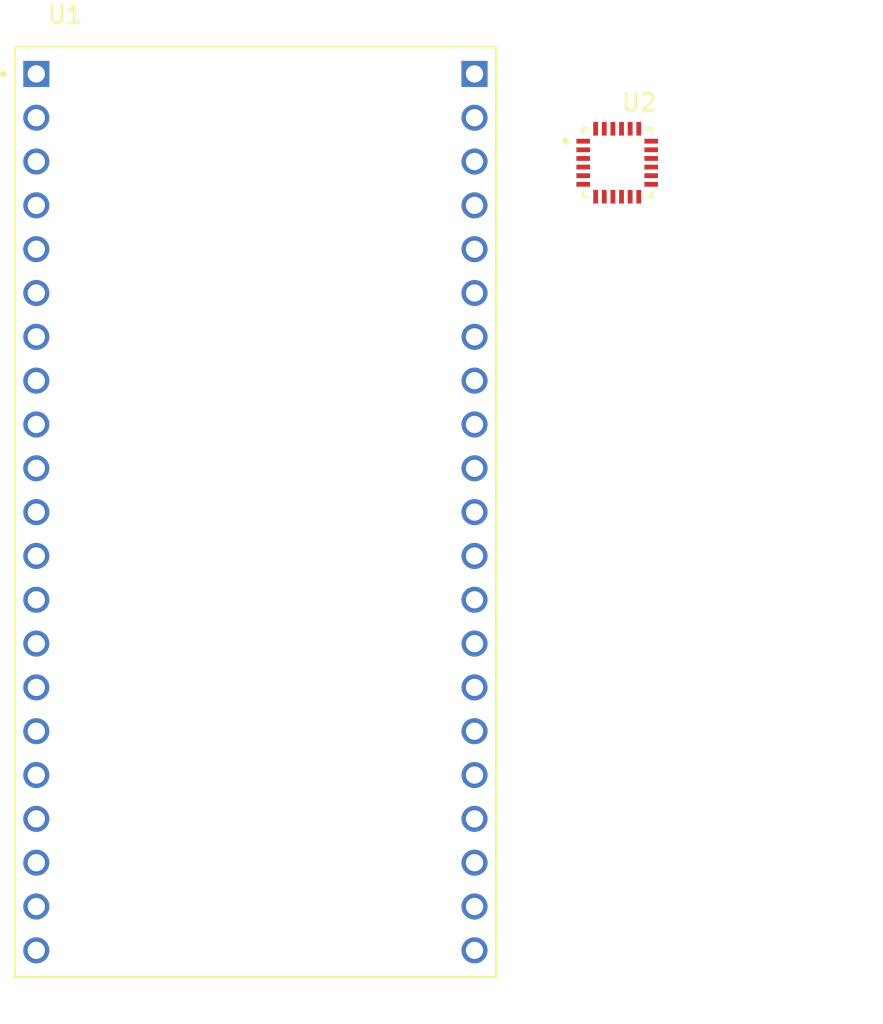
<source format=kicad_pcb>
(kicad_pcb (version 20240108) (generator "pcbnew") (generator_version "8.0")
  (layers (0 "F.Cu" signal) (31 "B.Cu" signal) (34 "B.Paste" user) (35 "F.Paste" user) (36 "B.SilkS" user "B.Silkscreen") (37 "F.SilkS" user "F.Silkscreen") (38 "B.Mask" user) (39 "F.Mask" user) (44 "Edge.Cuts" user))
  (net 0 "")
  (net 17 "Net-(U1-IO17)")
  (net 25 "Net-(U1-IO7)")
  (net 27 "Earth")
  (net 28 "Net-(U1-3V3)")
  (net 43 "Net-(U2-NC-Pad14)")
  (footprint "MPU-6050T:QFN50P400X400X95-24N" (layer "F.Cu") (at 150.47 58.75)
    (property "Reference" "U2" (at 1.27 -3.4925 0) (layer "F.SilkS"))
    (property "Value" "MPU-6050T")
    (fp_line (start -2 -2) (end -2 -1.705) (stroke (width 0.127)) (layer "F.SilkS"))
    (fp_line (start -2 -2) (end -1.705 -2) (stroke (width 0.127)) (layer "F.SilkS"))
    (fp_line (start -2 2) (end -2 1.705) (stroke (width 0.127)) (layer "F.SilkS"))
    (fp_line (start -2 2) (end -1.705 2) (stroke (width 0.127)) (layer "F.SilkS"))
    (fp_line (start 2 -2) (end 1.705 -2) (stroke (width 0.127)) (layer "F.SilkS"))
    (fp_line (start 2 -2) (end 2 -1.705) (stroke (width 0.127)) (layer "F.SilkS"))
    (fp_line (start 2 2) (end 1.705 2) (stroke (width 0.127)) (layer "F.SilkS"))
    (fp_line (start 2 2) (end 2 1.705) (stroke (width 0.127)) (layer "F.SilkS"))
    (fp_circle (center -3 -1.25) (end -2.9 -1.25) (stroke (width 0.2)) (fill none) (layer "F.SilkS"))
    (pad "1" smd rect (at -1.97 -1.25) (size 0.79 0.28) (layers "F.Cu" "F.Paste" "F.Mask"))
    (pad "2" smd rect (at -1.97 -0.75) (size 0.79 0.28) (layers "F.Cu" "F.Paste" "F.Mask") (net 43 "Net-(U2-NC-Pad14)"))
    (pad "3" smd rect (at -1.97 -0.25) (size 0.79 0.28) (layers "F.Cu" "F.Paste" "F.Mask") (net 43 "Net-(U2-NC-Pad14)"))
    (pad "4" smd rect (at -1.97 0.25) (size 0.79 0.28) (layers "F.Cu" "F.Paste" "F.Mask") (net 43 "Net-(U2-NC-Pad14)"))
    (pad "5" smd rect (at -1.97 0.75) (size 0.79 0.28) (layers "F.Cu" "F.Paste" "F.Mask") (net 43 "Net-(U2-NC-Pad14)"))
    (pad "6" smd rect (at -1.97 1.25) (size 0.79 0.28) (layers "F.Cu" "F.Paste" "F.Mask"))
    (pad "7" smd rect (at -1.25 1.97) (size 0.28 0.79) (layers "F.Cu" "F.Paste" "F.Mask"))
    (pad "8" smd rect (at -0.75 1.97) (size 0.28 0.79) (layers "F.Cu" "F.Paste" "F.Mask"))
    (pad "9" smd rect (at -0.25 1.97) (size 0.28 0.79) (layers "F.Cu" "F.Paste" "F.Mask"))
    (pad "10" smd rect (at 0.25 1.97) (size 0.28 0.79) (layers "F.Cu" "F.Paste" "F.Mask"))
    (pad "11" smd rect (at 0.75 1.97) (size 0.28 0.79) (layers "F.Cu" "F.Paste" "F.Mask"))
    (pad "12" smd rect (at 1.25 1.97) (size 0.28 0.79) (layers "F.Cu" "F.Paste" "F.Mask"))
    (pad "13" smd rect (at 1.97 1.25) (size 0.79 0.28) (layers "F.Cu" "F.Paste" "F.Mask") (net 28 "Net-(U1-3V3)"))
    (pad "14" smd rect (at 1.97 0.75) (size 0.79 0.28) (layers "F.Cu" "F.Paste" "F.Mask") (net 43 "Net-(U2-NC-Pad14)"))
    (pad "15" smd rect (at 1.97 0.25) (size 0.79 0.28) (layers "F.Cu" "F.Paste" "F.Mask") (net 43 "Net-(U2-NC-Pad14)"))
    (pad "16" smd rect (at 1.97 -0.25) (size 0.79 0.28) (layers "F.Cu" "F.Paste" "F.Mask") (net 43 "Net-(U2-NC-Pad14)"))
    (pad "17" smd rect (at 1.97 -0.75) (size 0.79 0.28) (layers "F.Cu" "F.Paste" "F.Mask") (net 43 "Net-(U2-NC-Pad14)"))
    (pad "18" smd rect (at 1.97 -1.25) (size 0.79 0.28) (layers "F.Cu" "F.Paste" "F.Mask") (net 27 "Earth"))
    (pad "19" smd rect (at 1.25 -1.97) (size 0.28 0.79) (layers "F.Cu" "F.Paste" "F.Mask"))
    (pad "20" smd rect (at 0.75 -1.97) (size 0.28 0.79) (layers "F.Cu" "F.Paste" "F.Mask"))
    (pad "21" smd rect (at 0.25 -1.97) (size 0.28 0.79) (layers "F.Cu" "F.Paste" "F.Mask"))
    (pad "22" smd rect (at -0.25 -1.97) (size 0.28 0.79) (layers "F.Cu" "F.Paste" "F.Mask"))
    (pad "23" smd rect (at -0.75 -1.97) (size 0.28 0.79) (layers "F.Cu" "F.Paste" "F.Mask") (net 17 "Net-(U1-IO17)"))
    (pad "24" smd rect (at -1.25 -1.97) (size 0.28 0.79) (layers "F.Cu" "F.Paste" "F.Mask") (net 25 "Net-(U1-IO7)"))
  )
  (footprint "ESP32-S2-SAOLA-1R:XCVR_ESP32-S2-SAOLA-1R" (layer "F.Cu") (at 129.5 79)
    (property "Reference" "U1" (at -11.025 -28.835 0) (layer "F.SilkS"))
    (property "Value" "ESP32-S2-SAOLA-1R")
    (fp_line (start -13.95 -26.95) (end 13.95 -26.95) (stroke (width 0.127)) (layer "F.SilkS"))
    (fp_line (start -13.95 26.95) (end -13.95 -26.95) (stroke (width 0.127)) (layer "F.SilkS"))
    (fp_line (start 13.95 -26.95) (end 13.95 26.95) (stroke (width 0.127)) (layer "F.SilkS"))
    (fp_line (start 13.95 26.95) (end -13.95 26.95) (stroke (width 0.127)) (layer "F.SilkS"))
    (fp_circle (center -14.605 -25.4) (end -14.505 -25.4) (stroke (width 0.2)) (fill none) (layer "F.SilkS"))
    (pad "A1" thru_hole rect (at -12.7 -25.4) (size 1.508 1.508) (drill 1) (layers "*.Cu" "*.Mask") (net 28 "Net-(U1-3V3)"))
    (pad "A2" thru_hole circle (at -12.7 -22.86) (size 1.508 1.508) (drill 1) (layers "*.Cu" "*.Mask"))
    (pad "A3" thru_hole circle (at -12.7 -20.32) (size 1.508 1.508) (drill 1) (layers "*.Cu" "*.Mask"))
    (pad "A4" thru_hole circle (at -12.7 -17.78) (size 1.508 1.508) (drill 1) (layers "*.Cu" "*.Mask"))
    (pad "A5" thru_hole circle (at -12.7 -15.24) (size 1.508 1.508) (drill 1) (layers "*.Cu" "*.Mask"))
    (pad "A6" thru_hole circle (at -12.7 -12.7) (size 1.508 1.508) (drill 1) (layers "*.Cu" "*.Mask"))
    (pad "A7" thru_hole circle (at -12.7 -10.16) (size 1.508 1.508) (drill 1) (layers "*.Cu" "*.Mask"))
    (pad "A8" thru_hole circle (at -12.7 -7.62) (size 1.508 1.508) (drill 1) (layers "*.Cu" "*.Mask"))
    (pad "A9" thru_hole circle (at -12.7 -5.08) (size 1.508 1.508) (drill 1) (layers "*.Cu" "*.Mask") (net 25 "Net-(U1-IO7)"))
    (pad "A10" thru_hole circle (at -12.7 -2.54) (size 1.508 1.508) (drill 1) (layers "*.Cu" "*.Mask"))
    (pad "A11" thru_hole circle (at -12.7 0) (size 1.508 1.508) (drill 1) (layers "*.Cu" "*.Mask"))
    (pad "A12" thru_hole circle (at -12.7 2.54) (size 1.508 1.508) (drill 1) (layers "*.Cu" "*.Mask"))
    (pad "A13" thru_hole circle (at -12.7 5.08) (size 1.508 1.508) (drill 1) (layers "*.Cu" "*.Mask"))
    (pad "A14" thru_hole circle (at -12.7 7.62) (size 1.508 1.508) (drill 1) (layers "*.Cu" "*.Mask"))
    (pad "A15" thru_hole circle (at -12.7 10.16) (size 1.508 1.508) (drill 1) (layers "*.Cu" "*.Mask"))
    (pad "A16" thru_hole circle (at -12.7 12.7) (size 1.508 1.508) (drill 1) (layers "*.Cu" "*.Mask"))
    (pad "A17" thru_hole circle (at -12.7 15.24) (size 1.508 1.508) (drill 1) (layers "*.Cu" "*.Mask"))
    (pad "A18" thru_hole circle (at -12.7 17.78) (size 1.508 1.508) (drill 1) (layers "*.Cu" "*.Mask"))
    (pad "A19" thru_hole circle (at -12.7 20.32) (size 1.508 1.508) (drill 1) (layers "*.Cu" "*.Mask") (net 17 "Net-(U1-IO17)"))
    (pad "A20" thru_hole circle (at -12.7 22.86) (size 1.508 1.508) (drill 1) (layers "*.Cu" "*.Mask"))
    (pad "A21" thru_hole circle (at -12.7 25.4) (size 1.508 1.508) (drill 1) (layers "*.Cu" "*.Mask") (net 27 "Earth"))
    (pad "B1" thru_hole rect (at 12.7 -25.4) (size 1.508 1.508) (drill 1) (layers "*.Cu" "*.Mask") (net 27 "Earth"))
    (pad "B2" thru_hole circle (at 12.7 -22.86) (size 1.508 1.508) (drill 1) (layers "*.Cu" "*.Mask"))
    (pad "B3" thru_hole circle (at 12.7 -20.32) (size 1.508 1.508) (drill 1) (layers "*.Cu" "*.Mask"))
    (pad "B4" thru_hole circle (at 12.7 -17.78) (size 1.508 1.508) (drill 1) (layers "*.Cu" "*.Mask"))
    (pad "B5" thru_hole circle (at 12.7 -15.24) (size 1.508 1.508) (drill 1) (layers "*.Cu" "*.Mask"))
    (pad "B6" thru_hole circle (at 12.7 -12.7) (size 1.508 1.508) (drill 1) (layers "*.Cu" "*.Mask"))
    (pad "B7" thru_hole circle (at 12.7 -10.16) (size 1.508 1.508) (drill 1) (layers "*.Cu" "*.Mask"))
    (pad "B8" thru_hole circle (at 12.7 -7.62) (size 1.508 1.508) (drill 1) (layers "*.Cu" "*.Mask"))
    (pad "B9" thru_hole circle (at 12.7 -5.08) (size 1.508 1.508) (drill 1) (layers "*.Cu" "*.Mask"))
    (pad "B10" thru_hole circle (at 12.7 -2.54) (size 1.508 1.508) (drill 1) (layers "*.Cu" "*.Mask"))
    (pad "B11" thru_hole circle (at 12.7 0) (size 1.508 1.508) (drill 1) (layers "*.Cu" "*.Mask"))
    (pad "B12" thru_hole circle (at 12.7 2.54) (size 1.508 1.508) (drill 1) (layers "*.Cu" "*.Mask"))
    (pad "B13" thru_hole circle (at 12.7 5.08) (size 1.508 1.508) (drill 1) (layers "*.Cu" "*.Mask"))
    (pad "B14" thru_hole circle (at 12.7 7.62) (size 1.508 1.508) (drill 1) (layers "*.Cu" "*.Mask"))
    (pad "B15" thru_hole circle (at 12.7 10.16) (size 1.508 1.508) (drill 1) (layers "*.Cu" "*.Mask"))
    (pad "B16" thru_hole circle (at 12.7 12.7) (size 1.508 1.508) (drill 1) (layers "*.Cu" "*.Mask"))
    (pad "B17" thru_hole circle (at 12.7 15.24) (size 1.508 1.508) (drill 1) (layers "*.Cu" "*.Mask"))
    (pad "B18" thru_hole circle (at 12.7 17.78) (size 1.508 1.508) (drill 1) (layers "*.Cu" "*.Mask"))
    (pad "B19" thru_hole circle (at 12.7 20.32) (size 1.508 1.508) (drill 1) (layers "*.Cu" "*.Mask"))
    (pad "B20" thru_hole circle (at 12.7 22.86) (size 1.508 1.508) (drill 1) (layers "*.Cu" "*.Mask"))
    (pad "B21" thru_hole circle (at 12.7 25.4) (size 1.508 1.508) (drill 1) (layers "*.Cu" "*.Mask"))
  )
)
</source>
